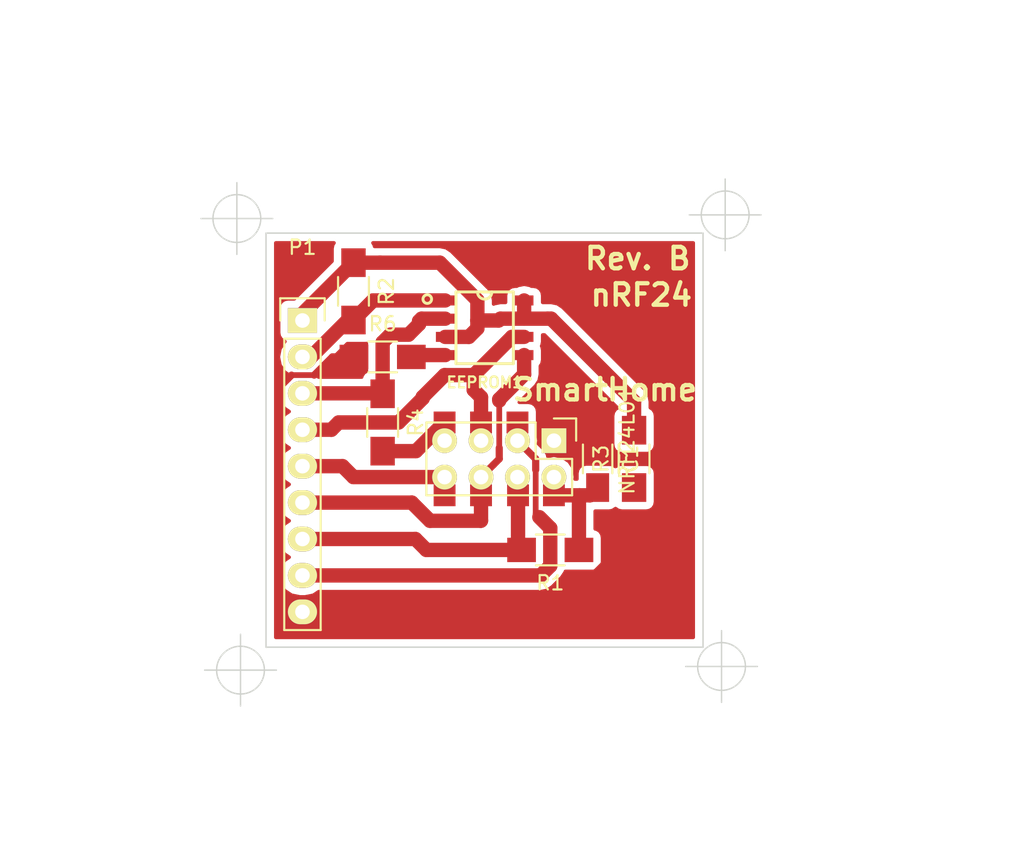
<source format=kicad_pcb>
(kicad_pcb (version 4) (host pcbnew 4.0.0-stable)

  (general
    (links 33)
    (no_connects 1)
    (area 103.378 60.96 174.752001 119.888001)
    (thickness 1.6)
    (drawings 11)
    (tracks 106)
    (zones 0)
    (modules 9)
    (nets 13)
  )

  (page A4)
  (layers
    (0 F.Cu signal)
    (31 B.Cu signal)
    (32 B.Adhes user)
    (33 F.Adhes user)
    (34 B.Paste user)
    (35 F.Paste user)
    (36 B.SilkS user)
    (37 F.SilkS user)
    (38 B.Mask user)
    (39 F.Mask user)
    (40 Dwgs.User user)
    (41 Cmts.User user)
    (42 Eco1.User user)
    (43 Eco2.User user)
    (44 Edge.Cuts user)
    (45 Margin user)
    (46 B.CrtYd user)
    (47 F.CrtYd user)
    (48 B.Fab user)
    (49 F.Fab user)
  )

  (setup
    (last_trace_width 0.5)
    (user_trace_width 0.4)
    (user_trace_width 1)
    (trace_clearance 0.2)
    (zone_clearance 0.508)
    (zone_45_only no)
    (trace_min 0.2)
    (segment_width 0.2)
    (edge_width 0.1)
    (via_size 0.6)
    (via_drill 0.4)
    (via_min_size 0.4)
    (via_min_drill 0.3)
    (uvia_size 0.3)
    (uvia_drill 0.1)
    (uvias_allowed no)
    (uvia_min_size 0.2)
    (uvia_min_drill 0.1)
    (pcb_text_width 0.3)
    (pcb_text_size 1.5 1.5)
    (mod_edge_width 0.15)
    (mod_text_size 1 1)
    (mod_text_width 0.15)
    (pad_size 1.5 1.5)
    (pad_drill 0.6)
    (pad_to_mask_clearance 0)
    (aux_axis_origin 0 0)
    (visible_elements 7FFFFFFF)
    (pcbplotparams
      (layerselection 0x00080_00000000)
      (usegerberextensions false)
      (excludeedgelayer false)
      (linewidth 0.100000)
      (plotframeref false)
      (viasonmask true)
      (mode 1)
      (useauxorigin false)
      (hpglpennumber 1)
      (hpglpenspeed 20)
      (hpglpendiameter 15)
      (hpglpenoverlay 2)
      (psnegative false)
      (psa4output false)
      (plotreference false)
      (plotvalue false)
      (plotinvisibletext false)
      (padsonsilk false)
      (subtractmaskfromsilk false)
      (outputformat 5)
      (mirror true)
      (drillshape 1)
      (scaleselection 1)
      (outputdirectory ""))
  )

  (net 0 "")
  (net 1 GND)
  (net 2 "Net-(C1-Pad2)")
  (net 3 /CSN_MEM)
  (net 4 /MISO)
  (net 5 +3V3)
  (net 6 "Net-(EEPROM1-Pad4)")
  (net 7 /MOSI)
  (net 8 /SCK)
  (net 9 /CE_RAD)
  (net 10 /CSN_RAD)
  (net 11 "Net-(NRF24L01-Pad7)")
  (net 12 /IRQ_RAD)

  (net_class Default "This is the default net class."
    (clearance 0.2)
    (trace_width 0.5)
    (via_dia 0.6)
    (via_drill 0.4)
    (uvia_dia 0.3)
    (uvia_drill 0.1)
    (add_net +3V3)
    (add_net /CE_RAD)
    (add_net /CSN_MEM)
    (add_net /CSN_RAD)
    (add_net /IRQ_RAD)
    (add_net /MISO)
    (add_net /MOSI)
    (add_net /SCK)
    (add_net GND)
    (add_net "Net-(C1-Pad2)")
    (add_net "Net-(EEPROM1-Pad4)")
    (add_net "Net-(NRF24L01-Pad7)")
  )

  (module Resistors_SMD:R_1206_HandSoldering (layer F.Cu) (tedit 5418A20D) (tstamp 5782415C)
    (at 130.048 85.852)
    (descr "Resistor SMD 1206, hand soldering")
    (tags "resistor 1206")
    (path /5782343F)
    (attr smd)
    (fp_text reference R6 (at 0 -2.3) (layer F.SilkS)
      (effects (font (size 1 1) (thickness 0.15)))
    )
    (fp_text value 0R (at 0 2.3) (layer F.Fab)
      (effects (font (size 1 1) (thickness 0.15)))
    )
    (fp_line (start -3.3 -1.2) (end 3.3 -1.2) (layer F.CrtYd) (width 0.05))
    (fp_line (start -3.3 1.2) (end 3.3 1.2) (layer F.CrtYd) (width 0.05))
    (fp_line (start -3.3 -1.2) (end -3.3 1.2) (layer F.CrtYd) (width 0.05))
    (fp_line (start 3.3 -1.2) (end 3.3 1.2) (layer F.CrtYd) (width 0.05))
    (fp_line (start 1 1.075) (end -1 1.075) (layer F.SilkS) (width 0.15))
    (fp_line (start -1 -1.075) (end 1 -1.075) (layer F.SilkS) (width 0.15))
    (pad 1 smd rect (at -2 0) (size 2 1.7) (layers F.Cu F.Paste F.Mask)
      (net 1 GND))
    (pad 2 smd rect (at 2 0) (size 2 1.7) (layers F.Cu F.Paste F.Mask)
      (net 6 "Net-(EEPROM1-Pad4)"))
    (model Resistors_SMD.3dshapes/R_1206_HandSoldering.wrl
      (at (xyz 0 0 0))
      (scale (xyz 1 1 1))
      (rotate (xyz 0 0 0))
    )
  )

  (module Resistors_SMD:R_1206_HandSoldering (layer F.Cu) (tedit 5418A20D) (tstamp 57824150)
    (at 130.048 90.424 270)
    (descr "Resistor SMD 1206, hand soldering")
    (tags "resistor 1206")
    (path /57823318)
    (attr smd)
    (fp_text reference R4 (at 0 -2.3 270) (layer F.SilkS)
      (effects (font (size 1 1) (thickness 0.15)))
    )
    (fp_text value 0R (at 0 2.3 270) (layer F.Fab)
      (effects (font (size 1 1) (thickness 0.15)))
    )
    (fp_line (start -3.3 -1.2) (end 3.3 -1.2) (layer F.CrtYd) (width 0.05))
    (fp_line (start -3.3 1.2) (end 3.3 1.2) (layer F.CrtYd) (width 0.05))
    (fp_line (start -3.3 -1.2) (end -3.3 1.2) (layer F.CrtYd) (width 0.05))
    (fp_line (start 3.3 -1.2) (end 3.3 1.2) (layer F.CrtYd) (width 0.05))
    (fp_line (start 1 1.075) (end -1 1.075) (layer F.SilkS) (width 0.15))
    (fp_line (start -1 -1.075) (end 1 -1.075) (layer F.SilkS) (width 0.15))
    (pad 1 smd rect (at -2 0 270) (size 2 1.7) (layers F.Cu F.Paste F.Mask)
      (net 4 /MISO))
    (pad 2 smd rect (at 2 0 270) (size 2 1.7) (layers F.Cu F.Paste F.Mask)
      (net 11 "Net-(NRF24L01-Pad7)"))
    (model Resistors_SMD.3dshapes/R_1206_HandSoldering.wrl
      (at (xyz 0 0 0))
      (scale (xyz 1 1 1))
      (rotate (xyz 0 0 0))
    )
  )

  (module Resistors_SMD:R_1206_HandSoldering (layer F.Cu) (tedit 5418A20D) (tstamp 57824144)
    (at 147.574 92.964 90)
    (descr "Resistor SMD 1206, hand soldering")
    (tags "resistor 1206")
    (path /5782338D)
    (attr smd)
    (fp_text reference R3 (at 0 -2.3 90) (layer F.SilkS)
      (effects (font (size 1 1) (thickness 0.15)))
    )
    (fp_text value 0R (at 0 2.3 90) (layer F.Fab)
      (effects (font (size 1 1) (thickness 0.15)))
    )
    (fp_line (start -3.3 -1.2) (end 3.3 -1.2) (layer F.CrtYd) (width 0.05))
    (fp_line (start -3.3 1.2) (end 3.3 1.2) (layer F.CrtYd) (width 0.05))
    (fp_line (start -3.3 -1.2) (end -3.3 1.2) (layer F.CrtYd) (width 0.05))
    (fp_line (start 3.3 -1.2) (end 3.3 1.2) (layer F.CrtYd) (width 0.05))
    (fp_line (start 1 1.075) (end -1 1.075) (layer F.SilkS) (width 0.15))
    (fp_line (start -1 -1.075) (end 1 -1.075) (layer F.SilkS) (width 0.15))
    (pad 1 smd rect (at -2 0 90) (size 2 1.7) (layers F.Cu F.Paste F.Mask)
      (net 2 "Net-(C1-Pad2)"))
    (pad 2 smd rect (at 2 0 90) (size 2 1.7) (layers F.Cu F.Paste F.Mask)
      (net 5 +3V3))
    (model Resistors_SMD.3dshapes/R_1206_HandSoldering.wrl
      (at (xyz 0 0 0))
      (scale (xyz 1 1 1))
      (rotate (xyz 0 0 0))
    )
  )

  (module Resistors_SMD:R_1206_HandSoldering (layer F.Cu) (tedit 5418A20D) (tstamp 57824138)
    (at 128.016 81.28 270)
    (descr "Resistor SMD 1206, hand soldering")
    (tags "resistor 1206")
    (path /57823400)
    (attr smd)
    (fp_text reference R2 (at 0 -2.3 270) (layer F.SilkS)
      (effects (font (size 1 1) (thickness 0.15)))
    )
    (fp_text value 10K (at 0 2.3 270) (layer F.Fab)
      (effects (font (size 1 1) (thickness 0.15)))
    )
    (fp_line (start -3.3 -1.2) (end 3.3 -1.2) (layer F.CrtYd) (width 0.05))
    (fp_line (start -3.3 1.2) (end 3.3 1.2) (layer F.CrtYd) (width 0.05))
    (fp_line (start -3.3 -1.2) (end -3.3 1.2) (layer F.CrtYd) (width 0.05))
    (fp_line (start 3.3 -1.2) (end 3.3 1.2) (layer F.CrtYd) (width 0.05))
    (fp_line (start 1 1.075) (end -1 1.075) (layer F.SilkS) (width 0.15))
    (fp_line (start -1 -1.075) (end 1 -1.075) (layer F.SilkS) (width 0.15))
    (pad 1 smd rect (at -2 0 270) (size 2 1.7) (layers F.Cu F.Paste F.Mask)
      (net 5 +3V3))
    (pad 2 smd rect (at 2 0 270) (size 2 1.7) (layers F.Cu F.Paste F.Mask)
      (net 3 /CSN_MEM))
    (model Resistors_SMD.3dshapes/R_1206_HandSoldering.wrl
      (at (xyz 0 0 0))
      (scale (xyz 1 1 1))
      (rotate (xyz 0 0 0))
    )
  )

  (module Resistors_SMD:R_1206_HandSoldering (layer F.Cu) (tedit 5418A20D) (tstamp 5782412C)
    (at 141.732 99.314 180)
    (descr "Resistor SMD 1206, hand soldering")
    (tags "resistor 1206")
    (path /578233D4)
    (attr smd)
    (fp_text reference R1 (at 0 -2.3 180) (layer F.SilkS)
      (effects (font (size 1 1) (thickness 0.15)))
    )
    (fp_text value 10K (at 0 2.3 180) (layer F.Fab)
      (effects (font (size 1 1) (thickness 0.15)))
    )
    (fp_line (start -3.3 -1.2) (end 3.3 -1.2) (layer F.CrtYd) (width 0.05))
    (fp_line (start -3.3 1.2) (end 3.3 1.2) (layer F.CrtYd) (width 0.05))
    (fp_line (start -3.3 -1.2) (end -3.3 1.2) (layer F.CrtYd) (width 0.05))
    (fp_line (start 3.3 -1.2) (end 3.3 1.2) (layer F.CrtYd) (width 0.05))
    (fp_line (start 1 1.075) (end -1 1.075) (layer F.SilkS) (width 0.15))
    (fp_line (start -1 -1.075) (end 1 -1.075) (layer F.SilkS) (width 0.15))
    (pad 1 smd rect (at -2 0 180) (size 2 1.7) (layers F.Cu F.Paste F.Mask)
      (net 2 "Net-(C1-Pad2)"))
    (pad 2 smd rect (at 2 0 180) (size 2 1.7) (layers F.Cu F.Paste F.Mask)
      (net 10 /CSN_RAD))
    (model Resistors_SMD.3dshapes/R_1206_HandSoldering.wrl
      (at (xyz 0 0 0))
      (scale (xyz 1 1 1))
      (rotate (xyz 0 0 0))
    )
  )

  (module Pin_Headers:Pin_Header_Straight_1x09 (layer F.Cu) (tedit 0) (tstamp 57824120)
    (at 124.46 83.312)
    (descr "Through hole pin header")
    (tags "pin header")
    (path /57823477)
    (fp_text reference P1 (at 0 -5.1) (layer F.SilkS)
      (effects (font (size 1 1) (thickness 0.15)))
    )
    (fp_text value CONN_01X09 (at 0 -3.1) (layer F.Fab)
      (effects (font (size 1 1) (thickness 0.15)))
    )
    (fp_line (start -1.75 -1.75) (end -1.75 22.1) (layer F.CrtYd) (width 0.05))
    (fp_line (start 1.75 -1.75) (end 1.75 22.1) (layer F.CrtYd) (width 0.05))
    (fp_line (start -1.75 -1.75) (end 1.75 -1.75) (layer F.CrtYd) (width 0.05))
    (fp_line (start -1.75 22.1) (end 1.75 22.1) (layer F.CrtYd) (width 0.05))
    (fp_line (start 1.27 1.27) (end 1.27 21.59) (layer F.SilkS) (width 0.15))
    (fp_line (start 1.27 21.59) (end -1.27 21.59) (layer F.SilkS) (width 0.15))
    (fp_line (start -1.27 21.59) (end -1.27 1.27) (layer F.SilkS) (width 0.15))
    (fp_line (start 1.55 -1.55) (end 1.55 0) (layer F.SilkS) (width 0.15))
    (fp_line (start 1.27 1.27) (end -1.27 1.27) (layer F.SilkS) (width 0.15))
    (fp_line (start -1.55 0) (end -1.55 -1.55) (layer F.SilkS) (width 0.15))
    (fp_line (start -1.55 -1.55) (end 1.55 -1.55) (layer F.SilkS) (width 0.15))
    (pad 1 thru_hole rect (at 0 0) (size 2.032 1.7272) (drill 1.016) (layers *.Cu *.Mask F.SilkS)
      (net 5 +3V3))
    (pad 2 thru_hole oval (at 0 2.54) (size 2.032 1.7272) (drill 1.016) (layers *.Cu *.Mask F.SilkS)
      (net 3 /CSN_MEM))
    (pad 3 thru_hole oval (at 0 5.08) (size 2.032 1.7272) (drill 1.016) (layers *.Cu *.Mask F.SilkS)
      (net 4 /MISO))
    (pad 4 thru_hole oval (at 0 7.62) (size 2.032 1.7272) (drill 1.016) (layers *.Cu *.Mask F.SilkS)
      (net 8 /SCK))
    (pad 5 thru_hole oval (at 0 10.16) (size 2.032 1.7272) (drill 1.016) (layers *.Cu *.Mask F.SilkS)
      (net 12 /IRQ_RAD))
    (pad 6 thru_hole oval (at 0 12.7) (size 2.032 1.7272) (drill 1.016) (layers *.Cu *.Mask F.SilkS)
      (net 7 /MOSI))
    (pad 7 thru_hole oval (at 0 15.24) (size 2.032 1.7272) (drill 1.016) (layers *.Cu *.Mask F.SilkS)
      (net 10 /CSN_RAD))
    (pad 8 thru_hole oval (at 0 17.78) (size 2.032 1.7272) (drill 1.016) (layers *.Cu *.Mask F.SilkS)
      (net 9 /CE_RAD))
    (pad 9 thru_hole oval (at 0 20.32) (size 2.032 1.7272) (drill 1.016) (layers *.Cu *.Mask F.SilkS)
      (net 1 GND))
    (model Pin_Headers.3dshapes/Pin_Header_Straight_1x09.wrl
      (at (xyz 0 -0.4 0))
      (scale (xyz 1 1 1))
      (rotate (xyz 0 0 90))
    )
  )

  (module CustomParts:Pin_Header_Straight_2x04SMD (layer F.Cu) (tedit 578249AB) (tstamp 57824108)
    (at 141.986 91.694 270)
    (descr "Through hole pin header")
    (tags "pin header")
    (path /5782322F)
    (fp_text reference NRF24L01 (at 0 -5.1 270) (layer F.SilkS)
      (effects (font (size 1 1) (thickness 0.15)))
    )
    (fp_text value CONN_02X04 (at 0 -3.1 270) (layer F.Fab)
      (effects (font (size 1 1) (thickness 0.15)))
    )
    (fp_line (start -1.75 -1.75) (end -1.75 9.4) (layer F.CrtYd) (width 0.05))
    (fp_line (start 4.3 -1.75) (end 4.3 9.4) (layer F.CrtYd) (width 0.05))
    (fp_line (start -1.75 -1.75) (end 4.3 -1.75) (layer F.CrtYd) (width 0.05))
    (fp_line (start -1.75 9.4) (end 4.3 9.4) (layer F.CrtYd) (width 0.05))
    (fp_line (start -1.27 1.27) (end -1.27 8.89) (layer F.SilkS) (width 0.15))
    (fp_line (start -1.27 8.89) (end 3.81 8.89) (layer F.SilkS) (width 0.15))
    (fp_line (start 3.81 8.89) (end 3.81 -1.27) (layer F.SilkS) (width 0.15))
    (fp_line (start 3.81 -1.27) (end 1.27 -1.27) (layer F.SilkS) (width 0.15))
    (fp_line (start 0 -1.55) (end -1.55 -1.55) (layer F.SilkS) (width 0.15))
    (fp_line (start 1.27 -1.27) (end 1.27 1.27) (layer F.SilkS) (width 0.15))
    (fp_line (start 1.27 1.27) (end -1.27 1.27) (layer F.SilkS) (width 0.15))
    (fp_line (start -1.55 -1.55) (end -1.55 0) (layer F.SilkS) (width 0.15))
    (pad 1 thru_hole rect (at 0 0 270) (size 1.7272 1.7272) (drill 1.016) (layers *.Cu *.Mask F.SilkS)
      (net 1 GND))
    (pad 2 thru_hole oval (at 2.54 0 270) (size 1.7272 1.7272) (drill 1.016) (layers *.Cu *.Mask F.SilkS)
      (net 2 "Net-(C1-Pad2)"))
    (pad 3 thru_hole oval (at 0 2.54 270) (size 1.7272 1.7272) (drill 1.016) (layers *.Cu *.Mask F.SilkS)
      (net 9 /CE_RAD))
    (pad 4 thru_hole oval (at 2.54 2.54 270) (size 1.7272 1.7272) (drill 1.016) (layers *.Cu *.Mask F.SilkS)
      (net 10 /CSN_RAD))
    (pad 5 thru_hole oval (at 0 5.08 270) (size 1.7272 1.7272) (drill 1.016) (layers *.Cu *.Mask F.SilkS)
      (net 8 /SCK))
    (pad 6 thru_hole oval (at 2.54 5.08 270) (size 1.7272 1.7272) (drill 1.016) (layers *.Cu *.Mask F.SilkS)
      (net 7 /MOSI))
    (pad 7 thru_hole oval (at 0 7.62 270) (size 1.7272 1.7272) (drill 1.016) (layers *.Cu *.Mask F.SilkS)
      (net 11 "Net-(NRF24L01-Pad7)"))
    (pad 8 thru_hole oval (at 2.54 7.62 270) (size 1.7272 1.7272) (drill 1.016) (layers *.Cu *.Mask F.SilkS)
      (net 12 /IRQ_RAD))
    (pad 4 smd rect (at 3.81 2.5 270) (size 1.524 1.524) (layers F.Cu F.Paste F.Mask)
      (net 10 /CSN_RAD))
    (pad 6 smd rect (at 3.81 5.08 270) (size 1.524 1.524) (layers F.Cu F.Paste F.Mask)
      (net 7 /MOSI))
    (pad 8 smd rect (at 3.81 7.62 270) (size 1.524 1.524) (layers F.Cu F.Paste F.Mask)
      (net 12 /IRQ_RAD))
    (pad 2 smd rect (at 3.81 0 270) (size 1.524 1.524) (layers F.Cu F.Paste F.Mask)
      (net 2 "Net-(C1-Pad2)"))
    (pad 1 smd rect (at -1.27 0 270) (size 1.524 1.524) (layers F.Cu F.Paste F.Mask)
      (net 1 GND))
    (pad 3 smd rect (at -1.27 2.54 270) (size 1.524 1.524) (layers F.Cu F.Paste F.Mask)
      (net 9 /CE_RAD))
    (pad 5 smd rect (at -1.27 5.08 270) (size 1.524 1.524) (layers F.Cu F.Paste F.Mask)
      (net 8 /SCK))
    (pad 7 smd rect (at -1.27 7.62 270) (size 1.524 1.524) (layers F.Cu F.Paste F.Mask)
      (net 11 "Net-(NRF24L01-Pad7)"))
    (model Pin_Headers.3dshapes/Pin_Header_Straight_2x04.wrl
      (at (xyz 0.05 -0.15 0))
      (scale (xyz 1 1 1))
      (rotate (xyz 0 0 90))
    )
  )

  (module CustomParts:SOP8 (layer F.Cu) (tedit 57823C8A) (tstamp 578240E8)
    (at 137.16 83.82)
    (path /57827C2D)
    (attr smd)
    (fp_text reference EEPROM1 (at 0 3.81) (layer F.SilkS)
      (effects (font (size 0.762 0.762) (thickness 0.1524)))
    )
    (fp_text value BR25S640FJ-WE2 (at 0 0) (layer F.SilkS) hide
      (effects (font (size 0.762 0.762) (thickness 0.1524)))
    )
    (fp_circle (center -4 -2) (end -3.7 -2) (layer F.SilkS) (width 0.2032))
    (fp_arc (start 0 -2.5) (end 0.5 -2.5) (angle 90) (layer F.SilkS) (width 0.2032))
    (fp_arc (start 0 -2.5) (end 0 -2) (angle 90) (layer F.SilkS) (width 0.2032))
    (fp_line (start -2 -2.5) (end -2 2.5) (layer F.SilkS) (width 0.2032))
    (fp_line (start -2 2.5) (end 2 2.5) (layer F.SilkS) (width 0.2032))
    (fp_line (start 2 2.5) (end 2 -2.5) (layer F.SilkS) (width 0.2032))
    (fp_line (start 2 -2.5) (end -2 -2.5) (layer F.SilkS) (width 0.2032))
    (pad 1 smd rect (at -2.75 -1.905) (size 1.3 0.7) (layers F.Cu F.Paste F.Mask)
      (net 3 /CSN_MEM))
    (pad 2 smd rect (at -2.75 -0.635) (size 1.3 0.7) (layers F.Cu F.Paste F.Mask)
      (net 4 /MISO))
    (pad 3 smd rect (at -2.75 0.635) (size 1.3 0.7) (layers F.Cu F.Paste F.Mask)
      (net 5 +3V3))
    (pad 4 smd rect (at -2.75 1.905) (size 1.3 0.7) (layers F.Cu F.Paste F.Mask)
      (net 6 "Net-(EEPROM1-Pad4)"))
    (pad 5 smd rect (at 2.75 1.905) (size 1.3 0.7) (layers F.Cu F.Paste F.Mask)
      (net 7 /MOSI))
    (pad 6 smd rect (at 2.75 0.635) (size 1.3 0.7) (layers F.Cu F.Paste F.Mask)
      (net 8 /SCK))
    (pad 7 smd rect (at 2.75 -0.635) (size 1.3 0.7) (layers F.Cu F.Paste F.Mask)
      (net 5 +3V3))
    (pad 8 smd rect (at 2.75 -1.905) (size 1.3 0.7) (layers F.Cu F.Paste F.Mask)
      (net 5 +3V3))
  )

  (module Capacitors_SMD:C_1206_HandSoldering (layer F.Cu) (tedit 541A9C03) (tstamp 578240D5)
    (at 145.034 92.964 270)
    (descr "Capacitor SMD 1206, hand soldering")
    (tags "capacitor 1206")
    (path /5782436C)
    (attr smd)
    (fp_text reference C1 (at 0 -2.3 270) (layer F.SilkS)
      (effects (font (size 1 1) (thickness 0.15)))
    )
    (fp_text value 0.1u (at 0 2.3 270) (layer F.Fab)
      (effects (font (size 1 1) (thickness 0.15)))
    )
    (fp_line (start -3.3 -1.15) (end 3.3 -1.15) (layer F.CrtYd) (width 0.05))
    (fp_line (start -3.3 1.15) (end 3.3 1.15) (layer F.CrtYd) (width 0.05))
    (fp_line (start -3.3 -1.15) (end -3.3 1.15) (layer F.CrtYd) (width 0.05))
    (fp_line (start 3.3 -1.15) (end 3.3 1.15) (layer F.CrtYd) (width 0.05))
    (fp_line (start 1 -1.025) (end -1 -1.025) (layer F.SilkS) (width 0.15))
    (fp_line (start -1 1.025) (end 1 1.025) (layer F.SilkS) (width 0.15))
    (pad 1 smd rect (at -2 0 270) (size 2 1.6) (layers F.Cu F.Paste F.Mask)
      (net 1 GND))
    (pad 2 smd rect (at 2 0 270) (size 2 1.6) (layers F.Cu F.Paste F.Mask)
      (net 2 "Net-(C1-Pad2)"))
    (model Capacitors_SMD.3dshapes/C_1206_HandSoldering.wrl
      (at (xyz 0 0 0))
      (scale (xyz 1 1 1))
      (rotate (xyz 0 0 0))
    )
  )

  (gr_text SmartHome (at 145.542 88.138) (layer F.SilkS)
    (effects (font (size 1.5 1.5) (thickness 0.3)))
  )
  (gr_text nRF24 (at 148.082 81.534) (layer F.SilkS)
    (effects (font (size 1.5 1.5) (thickness 0.3)))
  )
  (gr_text "Rev. B" (at 147.828 78.994) (layer F.SilkS)
    (effects (font (size 1.5 1.5) (thickness 0.3)))
  )
  (target plus (at 119.888 76.2) (size 5) (width 0.1) (layer Edge.Cuts) (tstamp 57824732))
  (target plus (at 120.142 107.696) (size 5) (width 0.1) (layer Edge.Cuts) (tstamp 57824731))
  (target plus (at 153.67 107.442) (size 5) (width 0.1) (layer Edge.Cuts) (tstamp 57824730))
  (target plus (at 153.924 75.946) (size 5) (width 0.1) (layer Edge.Cuts))
  (gr_line (start 121.92 77.216) (end 121.92 106.096) (layer Edge.Cuts) (width 0.1))
  (gr_line (start 121.92 106.096) (end 152.38 106.096) (layer Edge.Cuts) (width 0.1))
  (gr_line (start 152.38 77.216) (end 152.38 106.096) (layer Edge.Cuts) (width 0.1))
  (gr_line (start 121.92 77.216) (end 152.38 77.216) (layer Edge.Cuts) (width 0.1))

  (segment (start 125.278 87.122) (end 123.698 87.122) (width 0.4) (layer F.Cu) (net 1))
  (segment (start 123.444 87.376) (end 123.698 87.122) (width 0.5) (layer F.Cu) (net 1))
  (segment (start 122.99399 87.82601) (end 123.444 87.376) (width 0.5) (layer F.Cu) (net 1))
  (segment (start 124.46 103.632) (end 124.3076 103.632) (width 0.5) (layer F.Cu) (net 1))
  (segment (start 124.3076 103.632) (end 122.99399 102.31839) (width 0.5) (layer F.Cu) (net 1))
  (segment (start 122.99399 102.31839) (end 122.99399 87.82601) (width 0.5) (layer F.Cu) (net 1))
  (segment (start 128.048 85.852) (end 126.548 85.852) (width 0.5) (layer F.Cu) (net 1))
  (segment (start 126.548 85.852) (end 125.278 87.122) (width 0.5) (layer F.Cu) (net 1))
  (segment (start 144.230002 90.964) (end 143.754002 91.44) (width 1) (layer F.Cu) (net 1))
  (segment (start 143.754002 91.44) (end 143.308001 91.886001) (width 1) (layer F.Cu) (net 1))
  (segment (start 124.46 103.632) (end 142.524002 103.632) (width 1) (layer F.Cu) (net 1))
  (segment (start 142.524002 103.632) (end 149.86 96.296002) (width 1) (layer F.Cu) (net 1))
  (segment (start 149.86 96.296002) (end 149.86 93.98) (width 1) (layer F.Cu) (net 1))
  (segment (start 149.86 93.98) (end 148.844 92.964) (width 1) (layer F.Cu) (net 1))
  (segment (start 148.844 92.964) (end 145.278002 92.964) (width 1) (layer F.Cu) (net 1))
  (segment (start 145.278002 92.964) (end 143.754002 91.44) (width 1) (layer F.Cu) (net 1))
  (segment (start 145.034 90.964) (end 144.230002 90.964) (width 1) (layer F.Cu) (net 1))
  (segment (start 143.308001 91.886001) (end 141.986 91.886001) (width 1) (layer F.Cu) (net 1))
  (segment (start 141.986 95.504) (end 143.764 95.504) (width 1) (layer F.Cu) (net 2))
  (segment (start 143.764 95.504) (end 144.494 95.504) (width 1) (layer F.Cu) (net 2))
  (segment (start 143.732 99.314) (end 143.732 95.536) (width 1) (layer F.Cu) (net 2))
  (segment (start 143.732 95.536) (end 143.764 95.504) (width 1) (layer F.Cu) (net 2))
  (segment (start 144.494 95.504) (end 145.034 94.964) (width 1) (layer F.Cu) (net 2))
  (segment (start 141.986 94.234) (end 141.986 95.504) (width 1) (layer F.Cu) (net 2))
  (segment (start 134.41 81.915) (end 129.381 81.915) (width 1) (layer F.Cu) (net 3))
  (segment (start 129.381 81.915) (end 128.016 83.28) (width 1) (layer F.Cu) (net 3))
  (segment (start 128.016 83.28) (end 127.631602 83.28) (width 1) (layer F.Cu) (net 3))
  (segment (start 127.631602 83.28) (end 125.059602 85.852) (width 1) (layer F.Cu) (net 3))
  (segment (start 125.059602 85.852) (end 124.46 85.852) (width 1) (layer F.Cu) (net 3))
  (segment (start 124.46 88.392) (end 130.016 88.392) (width 1) (layer F.Cu) (net 4))
  (segment (start 130.016 88.392) (end 130.048 88.424) (width 1) (layer F.Cu) (net 4))
  (segment (start 130.048 84.836) (end 130.048 88.424) (width 1) (layer F.Cu) (net 4))
  (segment (start 130.582001 84.301999) (end 130.048 84.836) (width 1) (layer F.Cu) (net 4))
  (segment (start 131.852001 84.301999) (end 130.582001 84.301999) (width 1) (layer F.Cu) (net 4))
  (segment (start 132.588 83.566) (end 131.852001 84.301999) (width 1) (layer F.Cu) (net 4))
  (segment (start 132.588 83.357) (end 132.588 83.566) (width 1) (layer F.Cu) (net 4))
  (segment (start 134.41 83.185) (end 132.76 83.185) (width 1) (layer F.Cu) (net 4))
  (segment (start 132.76 83.185) (end 132.588 83.357) (width 1) (layer F.Cu) (net 4))
  (segment (start 147.574 90.964) (end 147.574 88.964) (width 1) (layer F.Cu) (net 5))
  (segment (start 141.795 83.185) (end 141.56 83.185) (width 1) (layer F.Cu) (net 5))
  (segment (start 147.574 88.964) (end 141.795 83.185) (width 1) (layer F.Cu) (net 5))
  (segment (start 141.56 83.185) (end 139.91 83.185) (width 1) (layer F.Cu) (net 5))
  (segment (start 139.91 81.915) (end 139.91 83.185) (width 1) (layer F.Cu) (net 5))
  (segment (start 136.652 83.863) (end 136.652 83.312) (width 1) (layer F.Cu) (net 5))
  (segment (start 136.652 83.312) (end 136.652 81.896998) (width 1) (layer F.Cu) (net 5))
  (segment (start 139.91 83.185) (end 138.26 83.185) (width 1) (layer F.Cu) (net 5))
  (segment (start 138.26 83.185) (end 138.133 83.312) (width 1) (layer F.Cu) (net 5))
  (segment (start 138.133 83.312) (end 136.652 83.312) (width 1) (layer F.Cu) (net 5))
  (segment (start 136.652 81.896998) (end 134.035002 79.28) (width 1) (layer F.Cu) (net 5))
  (segment (start 134.035002 79.28) (end 129.866 79.28) (width 1) (layer F.Cu) (net 5))
  (segment (start 129.866 79.28) (end 128.016 79.28) (width 1) (layer F.Cu) (net 5))
  (segment (start 134.41 84.455) (end 136.06 84.455) (width 1) (layer F.Cu) (net 5))
  (segment (start 136.06 84.455) (end 136.652 83.863) (width 1) (layer F.Cu) (net 5))
  (segment (start 124.46 83.312) (end 124.46 82.836) (width 1) (layer F.Cu) (net 5))
  (segment (start 124.46 82.836) (end 128.016 79.28) (width 1) (layer F.Cu) (net 5))
  (segment (start 134.41 85.725) (end 132.175 85.725) (width 1) (layer F.Cu) (net 6))
  (segment (start 132.175 85.725) (end 132.048 85.852) (width 1) (layer F.Cu) (net 6))
  (segment (start 139.91 85.725) (end 139.91 87.075) (width 1) (layer F.Cu) (net 7))
  (segment (start 139.91 87.075) (end 138.176 88.809) (width 1) (layer F.Cu) (net 7))
  (segment (start 138.176 88.809) (end 138.176 88.9) (width 1) (layer F.Cu) (net 7))
  (segment (start 138.176 92.202) (end 138.176 88.9) (width 0.4) (layer F.Cu) (net 7))
  (segment (start 138.176 92.964) (end 138.176 92.202) (width 0.5) (layer F.Cu) (net 7))
  (segment (start 137.769599 93.370401) (end 138.176 92.964) (width 0.5) (layer F.Cu) (net 7))
  (segment (start 136.906 94.234) (end 137.769599 93.370401) (width 0.5) (layer F.Cu) (net 7))
  (segment (start 124.46 96.012) (end 132.08 96.012) (width 1) (layer F.Cu) (net 7))
  (segment (start 132.08 96.012) (end 133.35 97.282) (width 1) (layer F.Cu) (net 7))
  (segment (start 133.35 97.282) (end 136.89 97.282) (width 1) (layer F.Cu) (net 7))
  (segment (start 136.89 97.282) (end 136.906 97.266) (width 1) (layer F.Cu) (net 7))
  (segment (start 136.906 97.266) (end 136.906 95.504) (width 1) (layer F.Cu) (net 7))
  (segment (start 136.906 94.234) (end 136.906 95.504) (width 1) (layer F.Cu) (net 7))
  (segment (start 136.906 90.424) (end 136.906 88.662) (width 1) (layer F.Cu) (net 8))
  (segment (start 136.906 88.662) (end 136.398 88.154) (width 1) (layer F.Cu) (net 8))
  (segment (start 136.398 88.154) (end 136.398 87.122) (width 1) (layer F.Cu) (net 8))
  (segment (start 136.906 91.694) (end 136.906 90.424) (width 1) (layer F.Cu) (net 8))
  (segment (start 136.398 87.122) (end 139.065 84.455) (width 1) (layer F.Cu) (net 8))
  (segment (start 139.065 84.455) (end 139.91 84.455) (width 1) (layer F.Cu) (net 8))
  (segment (start 134.366 87.122) (end 136.398 87.122) (width 1) (layer F.Cu) (net 8))
  (segment (start 132.842 88.646) (end 134.366 87.122) (width 1) (layer F.Cu) (net 8))
  (segment (start 132.842 88.740002) (end 132.842 88.646) (width 1) (layer F.Cu) (net 8))
  (segment (start 126.984 90.424) (end 131.158002 90.424) (width 1) (layer F.Cu) (net 8))
  (segment (start 131.158002 90.424) (end 132.842 88.740002) (width 1) (layer F.Cu) (net 8))
  (segment (start 124.46 90.932) (end 126.476 90.932) (width 1) (layer F.Cu) (net 8))
  (segment (start 126.476 90.932) (end 126.984 90.424) (width 1) (layer F.Cu) (net 8))
  (segment (start 140.716 93.726) (end 140.716 96.774) (width 0.4) (layer F.Cu) (net 9))
  (segment (start 140.716 96.774) (end 140.97 97.028) (width 0.4) (layer F.Cu) (net 9))
  (segment (start 140.716 92.964) (end 140.716 93.726) (width 0.5) (layer F.Cu) (net 9))
  (segment (start 139.446 91.694) (end 140.716 92.964) (width 0.5) (layer F.Cu) (net 9))
  (segment (start 141.732 97.79) (end 140.97 97.028) (width 1) (layer F.Cu) (net 9))
  (segment (start 141.732 100.424002) (end 141.732 97.79) (width 1) (layer F.Cu) (net 9))
  (segment (start 124.46 101.092) (end 141.064002 101.092) (width 1) (layer F.Cu) (net 9))
  (segment (start 141.064002 101.092) (end 141.732 100.424002) (width 1) (layer F.Cu) (net 9))
  (segment (start 139.446 91.694) (end 139.446 90.424) (width 1) (layer F.Cu) (net 9))
  (segment (start 132.334 98.552) (end 133.096 99.314) (width 1) (layer F.Cu) (net 10))
  (segment (start 133.096 99.314) (end 139.732 99.314) (width 1) (layer F.Cu) (net 10))
  (segment (start 124.46 98.552) (end 132.334 98.552) (width 1) (layer F.Cu) (net 10))
  (segment (start 139.486 95.504) (end 139.486 99.068) (width 1) (layer F.Cu) (net 10))
  (segment (start 139.486 99.068) (end 139.732 99.314) (width 1) (layer F.Cu) (net 10))
  (segment (start 139.446 94.234) (end 139.446 95.464) (width 1) (layer F.Cu) (net 10))
  (segment (start 139.446 95.464) (end 139.486 95.504) (width 1) (layer F.Cu) (net 10))
  (segment (start 130.048 92.424) (end 132.366 92.424) (width 1) (layer F.Cu) (net 11))
  (segment (start 132.366 92.424) (end 134.366 90.424) (width 1) (layer F.Cu) (net 11))
  (segment (start 134.366 91.694) (end 134.366 90.424) (width 1) (layer F.Cu) (net 11))
  (segment (start 127.254 93.472) (end 128.016 94.234) (width 1) (layer F.Cu) (net 12))
  (segment (start 128.016 94.234) (end 134.366 94.234) (width 1) (layer F.Cu) (net 12))
  (segment (start 124.46 93.472) (end 127.254 93.472) (width 1) (layer F.Cu) (net 12))
  (segment (start 134.366 94.234) (end 134.366 95.504) (width 1) (layer F.Cu) (net 12))

  (zone (net 1) (net_name GND) (layer F.Cu) (tstamp 0) (hatch edge 0.508)
    (connect_pads yes (clearance 0.508))
    (min_thickness 0.254)
    (fill yes (arc_segments 16) (thermal_gap 0.508) (thermal_bridge_width 0.508))
    (polygon
      (pts
        (xy 143.764 69.596) (xy 103.378 62.992) (xy 106.68 118.11) (xy 174.752 119.888) (xy 163.322 60.96)
      )
    )
    (filled_polygon
      (pts
        (xy 126.569569 78.02811) (xy 126.51856 78.28) (xy 126.51856 79.172308) (xy 123.889908 81.80096) (xy 123.444 81.80096)
        (xy 123.208683 81.845238) (xy 122.992559 81.98431) (xy 122.847569 82.19651) (xy 122.79656 82.4484) (xy 122.79656 84.1756)
        (xy 122.840838 84.410917) (xy 122.97991 84.627041) (xy 123.19211 84.772031) (xy 123.233439 84.7804) (xy 123.215585 84.79233)
        (xy 122.890729 85.278511) (xy 122.776655 85.852) (xy 122.890729 86.425489) (xy 123.215585 86.91167) (xy 123.530366 87.122)
        (xy 123.215585 87.33233) (xy 122.890729 87.818511) (xy 122.776655 88.392) (xy 122.890729 88.965489) (xy 123.215585 89.45167)
        (xy 123.530366 89.662) (xy 123.215585 89.87233) (xy 122.890729 90.358511) (xy 122.776655 90.932) (xy 122.890729 91.505489)
        (xy 123.215585 91.99167) (xy 123.530366 92.202) (xy 123.215585 92.41233) (xy 122.890729 92.898511) (xy 122.776655 93.472)
        (xy 122.890729 94.045489) (xy 123.215585 94.53167) (xy 123.530366 94.742) (xy 123.215585 94.95233) (xy 122.890729 95.438511)
        (xy 122.776655 96.012) (xy 122.890729 96.585489) (xy 123.215585 97.07167) (xy 123.530366 97.282) (xy 123.215585 97.49233)
        (xy 122.890729 97.978511) (xy 122.776655 98.552) (xy 122.890729 99.125489) (xy 123.215585 99.61167) (xy 123.530366 99.822)
        (xy 123.215585 100.03233) (xy 122.890729 100.518511) (xy 122.776655 101.092) (xy 122.890729 101.665489) (xy 123.215585 102.15167)
        (xy 123.701766 102.476526) (xy 124.275255 102.5906) (xy 124.644745 102.5906) (xy 125.218234 102.476526) (xy 125.591676 102.227)
        (xy 141.064002 102.227) (xy 141.498348 102.140603) (xy 141.866568 101.894566) (xy 142.534566 101.226568) (xy 142.780603 100.858348)
        (xy 142.789934 100.81144) (xy 144.732 100.81144) (xy 144.967317 100.767162) (xy 145.183441 100.62809) (xy 145.328431 100.41589)
        (xy 145.37944 100.164) (xy 145.37944 98.464) (xy 145.335162 98.228683) (xy 145.19609 98.012559) (xy 144.98389 97.867569)
        (xy 144.867 97.843898) (xy 144.867 96.61144) (xy 145.834 96.61144) (xy 146.069317 96.567162) (xy 146.281826 96.430416)
        (xy 146.47211 96.560431) (xy 146.724 96.61144) (xy 148.424 96.61144) (xy 148.659317 96.567162) (xy 148.875441 96.42809)
        (xy 149.020431 96.21589) (xy 149.07144 95.964) (xy 149.07144 93.964) (xy 149.027162 93.728683) (xy 148.88809 93.512559)
        (xy 148.67589 93.367569) (xy 148.424 93.31656) (xy 146.724 93.31656) (xy 146.488683 93.360838) (xy 146.276174 93.497584)
        (xy 146.08589 93.367569) (xy 145.834 93.31656) (xy 144.234 93.31656) (xy 143.998683 93.360838) (xy 143.782559 93.49991)
        (xy 143.637569 93.71211) (xy 143.58656 93.964) (xy 143.58656 94.369) (xy 143.463587 94.369) (xy 143.4846 94.263359)
        (xy 143.4846 94.204641) (xy 143.370526 93.631152) (xy 143.04567 93.144971) (xy 142.559489 92.820115) (xy 141.986 92.706041)
        (xy 141.566295 92.789525) (xy 141.533633 92.625325) (xy 141.440139 92.485401) (xy 141.34179 92.33821) (xy 141.341787 92.338208)
        (xy 140.908488 91.904908) (xy 140.9446 91.723359) (xy 140.9446 91.664641) (xy 140.852389 91.201066) (xy 140.85544 91.186)
        (xy 140.85544 89.662) (xy 140.811162 89.426683) (xy 140.67209 89.210559) (xy 140.45989 89.065569) (xy 140.208 89.01456)
        (xy 139.575572 89.01456) (xy 140.712566 87.877566) (xy 140.958603 87.509346) (xy 140.975579 87.424) (xy 141.045 87.075)
        (xy 141.045 86.489975) (xy 141.156431 86.32689) (xy 141.20744 86.075) (xy 141.20744 85.375) (xy 141.163162 85.139683)
        (xy 141.132461 85.091972) (xy 141.156431 85.05689) (xy 141.20744 84.805) (xy 141.20744 84.32) (xy 141.324868 84.32)
        (xy 146.413856 89.408988) (xy 146.272559 89.49991) (xy 146.127569 89.71211) (xy 146.07656 89.964) (xy 146.07656 91.964)
        (xy 146.120838 92.199317) (xy 146.25991 92.415441) (xy 146.47211 92.560431) (xy 146.724 92.61144) (xy 148.424 92.61144)
        (xy 148.659317 92.567162) (xy 148.875441 92.42809) (xy 149.020431 92.21589) (xy 149.07144 91.964) (xy 149.07144 89.964)
        (xy 149.027162 89.728683) (xy 148.88809 89.512559) (xy 148.709 89.390192) (xy 148.709 88.964) (xy 148.622603 88.529654)
        (xy 148.376566 88.161434) (xy 142.597566 82.382434) (xy 142.486762 82.308397) (xy 142.229346 82.136397) (xy 141.795 82.05)
        (xy 141.20744 82.05) (xy 141.20744 81.565) (xy 141.163162 81.329683) (xy 141.02409 81.113559) (xy 140.81189 80.968569)
        (xy 140.56 80.91756) (xy 140.420917 80.91756) (xy 140.344346 80.866397) (xy 139.91 80.78) (xy 139.475654 80.866397)
        (xy 139.399083 80.91756) (xy 139.26 80.91756) (xy 139.024683 80.961838) (xy 138.808559 81.10091) (xy 138.663569 81.31311)
        (xy 138.61256 81.565) (xy 138.61256 82.05) (xy 138.26 82.05) (xy 137.825654 82.136397) (xy 137.787 82.162225)
        (xy 137.787 81.896998) (xy 137.700603 81.462652) (xy 137.454566 81.094432) (xy 134.837568 78.477434) (xy 134.542087 78.28)
        (xy 134.469348 78.231397) (xy 134.035002 78.145) (xy 129.488038 78.145) (xy 129.469162 78.044683) (xy 129.376705 77.901)
        (xy 151.695 77.901) (xy 151.695 105.411) (xy 122.605 105.411) (xy 122.605 77.901) (xy 126.65642 77.901)
      )
    )
    (filled_polygon
      (pts
        (xy 128.913 86.852808) (xy 128.746559 86.95991) (xy 128.601569 87.17211) (xy 128.584378 87.257) (xy 125.591676 87.257)
        (xy 125.389634 87.122) (xy 125.704415 86.91167) (xy 125.904476 86.612258) (xy 127.589294 84.92744) (xy 128.866 84.92744)
        (xy 128.913 84.918596)
      )
    )
  )
)

</source>
